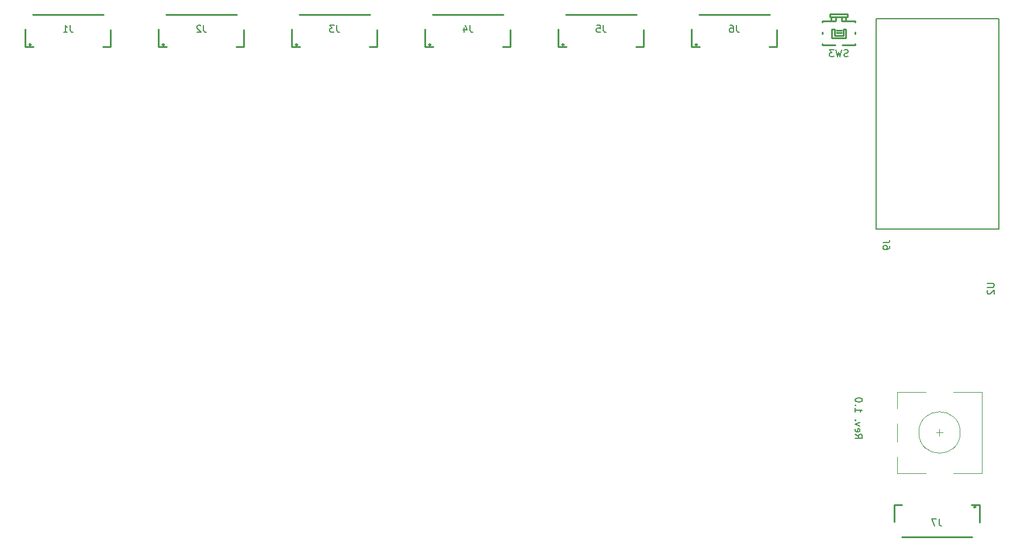
<source format=gbo>
G04 #@! TF.GenerationSoftware,KiCad,Pcbnew,7.0.8*
G04 #@! TF.CreationDate,2023-10-22T00:32:24-07:00*
G04 #@! TF.ProjectId,Seismos_5CoreL,53656973-6d6f-4735-9f35-436f72654c2e,rev?*
G04 #@! TF.SameCoordinates,Original*
G04 #@! TF.FileFunction,Legend,Bot*
G04 #@! TF.FilePolarity,Positive*
%FSLAX46Y46*%
G04 Gerber Fmt 4.6, Leading zero omitted, Abs format (unit mm)*
G04 Created by KiCad (PCBNEW 7.0.8) date 2023-10-22 00:32:24*
%MOMM*%
%LPD*%
G01*
G04 APERTURE LIST*
G04 Aperture macros list*
%AMFreePoly0*
4,1,6,0.600000,0.200000,0.000000,-0.400000,-0.600000,0.200000,-0.600000,0.400000,0.600000,0.400000,0.600000,0.200000,0.600000,0.200000,$1*%
%AMFreePoly1*
4,1,6,0.600000,-0.250000,-0.600000,-0.250000,-0.600000,1.000000,0.000000,0.400000,0.600000,1.000000,0.600000,-0.250000,0.600000,-0.250000,$1*%
G04 Aperture macros list end*
%ADD10C,0.150000*%
%ADD11C,0.120000*%
%ADD12C,0.254000*%
%ADD13C,0.250000*%
%ADD14C,0.100000*%
%ADD15C,1.400000*%
%ADD16C,2.000000*%
%ADD17R,3.200000X2.000000*%
%ADD18C,1.200000*%
%ADD19O,2.500000X1.700000*%
%ADD20C,3.200000*%
%ADD21R,1.700000X1.700000*%
%ADD22O,1.700000X1.700000*%
%ADD23C,0.900000*%
%ADD24C,1.600000*%
%ADD25R,1.600000X1.600000*%
%ADD26FreePoly0,270.000000*%
%ADD27FreePoly0,90.000000*%
%ADD28FreePoly1,90.000000*%
%ADD29FreePoly1,270.000000*%
%ADD30R,0.600000X1.700000*%
%ADD31R,1.200000X1.800000*%
%ADD32R,1.550000X1.000000*%
G04 APERTURE END LIST*
D10*
X153680180Y-81209523D02*
X154156371Y-81542856D01*
X153680180Y-81780951D02*
X154680180Y-81780951D01*
X154680180Y-81780951D02*
X154680180Y-81399999D01*
X154680180Y-81399999D02*
X154632561Y-81304761D01*
X154632561Y-81304761D02*
X154584942Y-81257142D01*
X154584942Y-81257142D02*
X154489704Y-81209523D01*
X154489704Y-81209523D02*
X154346847Y-81209523D01*
X154346847Y-81209523D02*
X154251609Y-81257142D01*
X154251609Y-81257142D02*
X154203990Y-81304761D01*
X154203990Y-81304761D02*
X154156371Y-81399999D01*
X154156371Y-81399999D02*
X154156371Y-81780951D01*
X153727800Y-80399999D02*
X153680180Y-80495237D01*
X153680180Y-80495237D02*
X153680180Y-80685713D01*
X153680180Y-80685713D02*
X153727800Y-80780951D01*
X153727800Y-80780951D02*
X153823038Y-80828570D01*
X153823038Y-80828570D02*
X154203990Y-80828570D01*
X154203990Y-80828570D02*
X154299228Y-80780951D01*
X154299228Y-80780951D02*
X154346847Y-80685713D01*
X154346847Y-80685713D02*
X154346847Y-80495237D01*
X154346847Y-80495237D02*
X154299228Y-80399999D01*
X154299228Y-80399999D02*
X154203990Y-80352380D01*
X154203990Y-80352380D02*
X154108752Y-80352380D01*
X154108752Y-80352380D02*
X154013514Y-80828570D01*
X154346847Y-80019046D02*
X153680180Y-79780951D01*
X153680180Y-79780951D02*
X154346847Y-79542856D01*
X153775419Y-79161903D02*
X153727800Y-79114284D01*
X153727800Y-79114284D02*
X153680180Y-79161903D01*
X153680180Y-79161903D02*
X153727800Y-79209522D01*
X153727800Y-79209522D02*
X153775419Y-79161903D01*
X153775419Y-79161903D02*
X153680180Y-79161903D01*
X153680180Y-77399999D02*
X153680180Y-77971427D01*
X153680180Y-77685713D02*
X154680180Y-77685713D01*
X154680180Y-77685713D02*
X154537323Y-77780951D01*
X154537323Y-77780951D02*
X154442085Y-77876189D01*
X154442085Y-77876189D02*
X154394466Y-77971427D01*
X153775419Y-76971427D02*
X153727800Y-76923808D01*
X153727800Y-76923808D02*
X153680180Y-76971427D01*
X153680180Y-76971427D02*
X153727800Y-77019046D01*
X153727800Y-77019046D02*
X153775419Y-76971427D01*
X153775419Y-76971427D02*
X153680180Y-76971427D01*
X154680180Y-76304761D02*
X154680180Y-76209523D01*
X154680180Y-76209523D02*
X154632561Y-76114285D01*
X154632561Y-76114285D02*
X154584942Y-76066666D01*
X154584942Y-76066666D02*
X154489704Y-76019047D01*
X154489704Y-76019047D02*
X154299228Y-75971428D01*
X154299228Y-75971428D02*
X154061133Y-75971428D01*
X154061133Y-75971428D02*
X153870657Y-76019047D01*
X153870657Y-76019047D02*
X153775419Y-76066666D01*
X153775419Y-76066666D02*
X153727800Y-76114285D01*
X153727800Y-76114285D02*
X153680180Y-76209523D01*
X153680180Y-76209523D02*
X153680180Y-76304761D01*
X153680180Y-76304761D02*
X153727800Y-76399999D01*
X153727800Y-76399999D02*
X153775419Y-76447618D01*
X153775419Y-76447618D02*
X153870657Y-76495237D01*
X153870657Y-76495237D02*
X154061133Y-76542856D01*
X154061133Y-76542856D02*
X154299228Y-76542856D01*
X154299228Y-76542856D02*
X154489704Y-76495237D01*
X154489704Y-76495237D02*
X154584942Y-76447618D01*
X154584942Y-76447618D02*
X154632561Y-76399999D01*
X154632561Y-76399999D02*
X154680180Y-76304761D01*
X157680819Y-53432666D02*
X158395104Y-53432666D01*
X158395104Y-53432666D02*
X158537961Y-53385047D01*
X158537961Y-53385047D02*
X158633200Y-53289809D01*
X158633200Y-53289809D02*
X158680819Y-53146952D01*
X158680819Y-53146952D02*
X158680819Y-53051714D01*
X158680819Y-53956476D02*
X158680819Y-54146952D01*
X158680819Y-54146952D02*
X158633200Y-54242190D01*
X158633200Y-54242190D02*
X158585580Y-54289809D01*
X158585580Y-54289809D02*
X158442723Y-54385047D01*
X158442723Y-54385047D02*
X158252247Y-54432666D01*
X158252247Y-54432666D02*
X157871295Y-54432666D01*
X157871295Y-54432666D02*
X157776057Y-54385047D01*
X157776057Y-54385047D02*
X157728438Y-54337428D01*
X157728438Y-54337428D02*
X157680819Y-54242190D01*
X157680819Y-54242190D02*
X157680819Y-54051714D01*
X157680819Y-54051714D02*
X157728438Y-53956476D01*
X157728438Y-53956476D02*
X157776057Y-53908857D01*
X157776057Y-53908857D02*
X157871295Y-53861238D01*
X157871295Y-53861238D02*
X158109390Y-53861238D01*
X158109390Y-53861238D02*
X158204628Y-53908857D01*
X158204628Y-53908857D02*
X158252247Y-53956476D01*
X158252247Y-53956476D02*
X158299866Y-54051714D01*
X158299866Y-54051714D02*
X158299866Y-54242190D01*
X158299866Y-54242190D02*
X158252247Y-54337428D01*
X158252247Y-54337428D02*
X158204628Y-54385047D01*
X158204628Y-54385047D02*
X158109390Y-54432666D01*
X172804819Y-59338095D02*
X173614342Y-59338095D01*
X173614342Y-59338095D02*
X173709580Y-59385714D01*
X173709580Y-59385714D02*
X173757200Y-59433333D01*
X173757200Y-59433333D02*
X173804819Y-59528571D01*
X173804819Y-59528571D02*
X173804819Y-59719047D01*
X173804819Y-59719047D02*
X173757200Y-59814285D01*
X173757200Y-59814285D02*
X173709580Y-59861904D01*
X173709580Y-59861904D02*
X173614342Y-59909523D01*
X173614342Y-59909523D02*
X172804819Y-59909523D01*
X172900057Y-60338095D02*
X172852438Y-60385714D01*
X172852438Y-60385714D02*
X172804819Y-60480952D01*
X172804819Y-60480952D02*
X172804819Y-60719047D01*
X172804819Y-60719047D02*
X172852438Y-60814285D01*
X172852438Y-60814285D02*
X172900057Y-60861904D01*
X172900057Y-60861904D02*
X172995295Y-60909523D01*
X172995295Y-60909523D02*
X173090533Y-60909523D01*
X173090533Y-60909523D02*
X173233390Y-60861904D01*
X173233390Y-60861904D02*
X173804819Y-60290476D01*
X173804819Y-60290476D02*
X173804819Y-60909523D01*
X39983333Y-21954819D02*
X39983333Y-22669104D01*
X39983333Y-22669104D02*
X40030952Y-22811961D01*
X40030952Y-22811961D02*
X40126190Y-22907200D01*
X40126190Y-22907200D02*
X40269047Y-22954819D01*
X40269047Y-22954819D02*
X40364285Y-22954819D01*
X38983333Y-22954819D02*
X39554761Y-22954819D01*
X39269047Y-22954819D02*
X39269047Y-21954819D01*
X39269047Y-21954819D02*
X39364285Y-22097676D01*
X39364285Y-22097676D02*
X39459523Y-22192914D01*
X39459523Y-22192914D02*
X39554761Y-22240533D01*
X59283333Y-21954819D02*
X59283333Y-22669104D01*
X59283333Y-22669104D02*
X59330952Y-22811961D01*
X59330952Y-22811961D02*
X59426190Y-22907200D01*
X59426190Y-22907200D02*
X59569047Y-22954819D01*
X59569047Y-22954819D02*
X59664285Y-22954819D01*
X58854761Y-22050057D02*
X58807142Y-22002438D01*
X58807142Y-22002438D02*
X58711904Y-21954819D01*
X58711904Y-21954819D02*
X58473809Y-21954819D01*
X58473809Y-21954819D02*
X58378571Y-22002438D01*
X58378571Y-22002438D02*
X58330952Y-22050057D01*
X58330952Y-22050057D02*
X58283333Y-22145295D01*
X58283333Y-22145295D02*
X58283333Y-22240533D01*
X58283333Y-22240533D02*
X58330952Y-22383390D01*
X58330952Y-22383390D02*
X58902380Y-22954819D01*
X58902380Y-22954819D02*
X58283333Y-22954819D01*
X152620832Y-26456700D02*
X152477975Y-26504319D01*
X152477975Y-26504319D02*
X152239880Y-26504319D01*
X152239880Y-26504319D02*
X152144642Y-26456700D01*
X152144642Y-26456700D02*
X152097023Y-26409080D01*
X152097023Y-26409080D02*
X152049404Y-26313842D01*
X152049404Y-26313842D02*
X152049404Y-26218604D01*
X152049404Y-26218604D02*
X152097023Y-26123366D01*
X152097023Y-26123366D02*
X152144642Y-26075747D01*
X152144642Y-26075747D02*
X152239880Y-26028128D01*
X152239880Y-26028128D02*
X152430356Y-25980509D01*
X152430356Y-25980509D02*
X152525594Y-25932890D01*
X152525594Y-25932890D02*
X152573213Y-25885271D01*
X152573213Y-25885271D02*
X152620832Y-25790033D01*
X152620832Y-25790033D02*
X152620832Y-25694795D01*
X152620832Y-25694795D02*
X152573213Y-25599557D01*
X152573213Y-25599557D02*
X152525594Y-25551938D01*
X152525594Y-25551938D02*
X152430356Y-25504319D01*
X152430356Y-25504319D02*
X152192261Y-25504319D01*
X152192261Y-25504319D02*
X152049404Y-25551938D01*
X151716070Y-25504319D02*
X151477975Y-26504319D01*
X151477975Y-26504319D02*
X151287499Y-25790033D01*
X151287499Y-25790033D02*
X151097023Y-26504319D01*
X151097023Y-26504319D02*
X150858928Y-25504319D01*
X150573213Y-25504319D02*
X149954166Y-25504319D01*
X149954166Y-25504319D02*
X150287499Y-25885271D01*
X150287499Y-25885271D02*
X150144642Y-25885271D01*
X150144642Y-25885271D02*
X150049404Y-25932890D01*
X150049404Y-25932890D02*
X150001785Y-25980509D01*
X150001785Y-25980509D02*
X149954166Y-26075747D01*
X149954166Y-26075747D02*
X149954166Y-26313842D01*
X149954166Y-26313842D02*
X150001785Y-26409080D01*
X150001785Y-26409080D02*
X150049404Y-26456700D01*
X150049404Y-26456700D02*
X150144642Y-26504319D01*
X150144642Y-26504319D02*
X150430356Y-26504319D01*
X150430356Y-26504319D02*
X150525594Y-26456700D01*
X150525594Y-26456700D02*
X150573213Y-26409080D01*
X136483333Y-21954819D02*
X136483333Y-22669104D01*
X136483333Y-22669104D02*
X136530952Y-22811961D01*
X136530952Y-22811961D02*
X136626190Y-22907200D01*
X136626190Y-22907200D02*
X136769047Y-22954819D01*
X136769047Y-22954819D02*
X136864285Y-22954819D01*
X135578571Y-21954819D02*
X135769047Y-21954819D01*
X135769047Y-21954819D02*
X135864285Y-22002438D01*
X135864285Y-22002438D02*
X135911904Y-22050057D01*
X135911904Y-22050057D02*
X136007142Y-22192914D01*
X136007142Y-22192914D02*
X136054761Y-22383390D01*
X136054761Y-22383390D02*
X136054761Y-22764342D01*
X136054761Y-22764342D02*
X136007142Y-22859580D01*
X136007142Y-22859580D02*
X135959523Y-22907200D01*
X135959523Y-22907200D02*
X135864285Y-22954819D01*
X135864285Y-22954819D02*
X135673809Y-22954819D01*
X135673809Y-22954819D02*
X135578571Y-22907200D01*
X135578571Y-22907200D02*
X135530952Y-22859580D01*
X135530952Y-22859580D02*
X135483333Y-22764342D01*
X135483333Y-22764342D02*
X135483333Y-22526247D01*
X135483333Y-22526247D02*
X135530952Y-22431009D01*
X135530952Y-22431009D02*
X135578571Y-22383390D01*
X135578571Y-22383390D02*
X135673809Y-22335771D01*
X135673809Y-22335771D02*
X135864285Y-22335771D01*
X135864285Y-22335771D02*
X135959523Y-22383390D01*
X135959523Y-22383390D02*
X136007142Y-22431009D01*
X136007142Y-22431009D02*
X136054761Y-22526247D01*
X165833333Y-93454819D02*
X165833333Y-94169104D01*
X165833333Y-94169104D02*
X165880952Y-94311961D01*
X165880952Y-94311961D02*
X165976190Y-94407200D01*
X165976190Y-94407200D02*
X166119047Y-94454819D01*
X166119047Y-94454819D02*
X166214285Y-94454819D01*
X165452380Y-93454819D02*
X164785714Y-93454819D01*
X164785714Y-93454819D02*
X165214285Y-94454819D01*
X97883333Y-21954819D02*
X97883333Y-22669104D01*
X97883333Y-22669104D02*
X97930952Y-22811961D01*
X97930952Y-22811961D02*
X98026190Y-22907200D01*
X98026190Y-22907200D02*
X98169047Y-22954819D01*
X98169047Y-22954819D02*
X98264285Y-22954819D01*
X96978571Y-22288152D02*
X96978571Y-22954819D01*
X97216666Y-21907200D02*
X97454761Y-22621485D01*
X97454761Y-22621485D02*
X96835714Y-22621485D01*
X78583333Y-21954819D02*
X78583333Y-22669104D01*
X78583333Y-22669104D02*
X78630952Y-22811961D01*
X78630952Y-22811961D02*
X78726190Y-22907200D01*
X78726190Y-22907200D02*
X78869047Y-22954819D01*
X78869047Y-22954819D02*
X78964285Y-22954819D01*
X78202380Y-21954819D02*
X77583333Y-21954819D01*
X77583333Y-21954819D02*
X77916666Y-22335771D01*
X77916666Y-22335771D02*
X77773809Y-22335771D01*
X77773809Y-22335771D02*
X77678571Y-22383390D01*
X77678571Y-22383390D02*
X77630952Y-22431009D01*
X77630952Y-22431009D02*
X77583333Y-22526247D01*
X77583333Y-22526247D02*
X77583333Y-22764342D01*
X77583333Y-22764342D02*
X77630952Y-22859580D01*
X77630952Y-22859580D02*
X77678571Y-22907200D01*
X77678571Y-22907200D02*
X77773809Y-22954819D01*
X77773809Y-22954819D02*
X78059523Y-22954819D01*
X78059523Y-22954819D02*
X78154761Y-22907200D01*
X78154761Y-22907200D02*
X78202380Y-22859580D01*
X117183333Y-21954819D02*
X117183333Y-22669104D01*
X117183333Y-22669104D02*
X117230952Y-22811961D01*
X117230952Y-22811961D02*
X117326190Y-22907200D01*
X117326190Y-22907200D02*
X117469047Y-22954819D01*
X117469047Y-22954819D02*
X117564285Y-22954819D01*
X116230952Y-21954819D02*
X116707142Y-21954819D01*
X116707142Y-21954819D02*
X116754761Y-22431009D01*
X116754761Y-22431009D02*
X116707142Y-22383390D01*
X116707142Y-22383390D02*
X116611904Y-22335771D01*
X116611904Y-22335771D02*
X116373809Y-22335771D01*
X116373809Y-22335771D02*
X116278571Y-22383390D01*
X116278571Y-22383390D02*
X116230952Y-22431009D01*
X116230952Y-22431009D02*
X116183333Y-22526247D01*
X116183333Y-22526247D02*
X116183333Y-22764342D01*
X116183333Y-22764342D02*
X116230952Y-22859580D01*
X116230952Y-22859580D02*
X116278571Y-22907200D01*
X116278571Y-22907200D02*
X116373809Y-22954819D01*
X116373809Y-22954819D02*
X116611904Y-22954819D01*
X116611904Y-22954819D02*
X116707142Y-22907200D01*
X116707142Y-22907200D02*
X116754761Y-22859580D01*
D11*
X171990000Y-86860000D02*
X171990000Y-75060000D01*
X167890000Y-86860000D02*
X171990000Y-86860000D01*
X167890000Y-75060000D02*
X171990000Y-75060000D01*
X166390000Y-80960000D02*
X165390000Y-80960000D01*
X165890000Y-81460000D02*
X165890000Y-80460000D01*
X163890000Y-86860000D02*
X159790000Y-86860000D01*
X159790000Y-86860000D02*
X159790000Y-84460000D01*
X159790000Y-82260000D02*
X159790000Y-79660000D01*
X159790000Y-77460000D02*
X159790000Y-75060000D01*
X159790000Y-75060000D02*
X163890000Y-75060000D01*
X168890000Y-80960000D02*
G75*
G03*
X168890000Y-80960000I-3000000J0D01*
G01*
D10*
X174526000Y-21016000D02*
X174526000Y-51496000D01*
X156746000Y-21016000D02*
X174526000Y-21016000D01*
X156746000Y-21016000D02*
X156746000Y-51496000D01*
X174526000Y-51496000D02*
X156746000Y-51496000D01*
D12*
X33450000Y-22538000D02*
X33450000Y-25078000D01*
X33450000Y-25078000D02*
X34619000Y-25078000D01*
X44681000Y-25078000D02*
X45790000Y-25078000D01*
X44758000Y-20400000D02*
X34542000Y-20400000D01*
X45790000Y-25078000D02*
X45790000Y-22641000D01*
X34275000Y-24760000D02*
G75*
G03*
X34275000Y-24760000I-125000J0D01*
G01*
X52750000Y-22538000D02*
X52750000Y-25078000D01*
X52750000Y-25078000D02*
X53919000Y-25078000D01*
X63981000Y-25078000D02*
X65090000Y-25078000D01*
X64058000Y-20400000D02*
X53842000Y-20400000D01*
X65090000Y-25078000D02*
X65090000Y-22641000D01*
X53575000Y-24760000D02*
G75*
G03*
X53575000Y-24760000I-125000J0D01*
G01*
X148937500Y-24799500D02*
X148937500Y-24630500D01*
X150748500Y-24799500D02*
X149001500Y-24799500D01*
X153637500Y-24799500D02*
X151826500Y-24799500D01*
X153637500Y-24630500D02*
X153637500Y-24799500D01*
X150271500Y-23811500D02*
X152303500Y-23811500D01*
X152303500Y-23811500D02*
X152303500Y-22541500D01*
X150652500Y-23430500D02*
X151922500Y-23430500D01*
X151922500Y-23430500D02*
X151922500Y-22541500D01*
X148937500Y-23168500D02*
X148937500Y-22930500D01*
X150906500Y-23049500D02*
X151668500Y-23049500D01*
X153637500Y-22930500D02*
X153637500Y-23168500D01*
X150906500Y-22668500D02*
X151668500Y-22668500D01*
X150271500Y-22541500D02*
X150271500Y-23811500D01*
X150271500Y-22541500D02*
X150652500Y-22541500D01*
X150652500Y-22541500D02*
X150652500Y-23430500D01*
X151922500Y-22541500D02*
X152303500Y-22541500D01*
X148937500Y-21468500D02*
X148937500Y-21299500D01*
X150748500Y-21299500D02*
X148937500Y-21299500D01*
X153637500Y-21299500D02*
X153637500Y-21468500D01*
X153637500Y-21299500D02*
X151826500Y-21299500D01*
X149987500Y-20763500D02*
X152587500Y-20763500D01*
X150196500Y-20763500D02*
X150196500Y-21299500D01*
X150858500Y-20763500D02*
X150858500Y-21299500D01*
X151713500Y-20763500D02*
X151713500Y-21299500D01*
X152281500Y-20763500D02*
X152281500Y-21299500D01*
X149987500Y-20299500D02*
X149987500Y-20763500D01*
X149987500Y-20299500D02*
X152587500Y-20299500D01*
X152587500Y-20299500D02*
X152587500Y-20763500D01*
X129950000Y-22538000D02*
X129950000Y-25078000D01*
X129950000Y-25078000D02*
X131119000Y-25078000D01*
X141181000Y-25078000D02*
X142290000Y-25078000D01*
X141258000Y-20400000D02*
X131042000Y-20400000D01*
X142290000Y-25078000D02*
X142290000Y-22641000D01*
X130775000Y-24760000D02*
G75*
G03*
X130775000Y-24760000I-125000J0D01*
G01*
X171700000Y-93962000D02*
X171700000Y-91422000D01*
X171700000Y-91422000D02*
X170531000Y-91422000D01*
X160469000Y-91422000D02*
X159360000Y-91422000D01*
X160392000Y-96100000D02*
X170608000Y-96100000D01*
X159360000Y-91422000D02*
X159360000Y-93859000D01*
X171125000Y-91740000D02*
G75*
G03*
X171125000Y-91740000I-125000J0D01*
G01*
X91350000Y-22538000D02*
X91350000Y-25078000D01*
X91350000Y-25078000D02*
X92519000Y-25078000D01*
X102581000Y-25078000D02*
X103690000Y-25078000D01*
X102658000Y-20400000D02*
X92442000Y-20400000D01*
X103690000Y-25078000D02*
X103690000Y-22641000D01*
X92175000Y-24760000D02*
G75*
G03*
X92175000Y-24760000I-125000J0D01*
G01*
X72050000Y-22538000D02*
X72050000Y-25078000D01*
X72050000Y-25078000D02*
X73219000Y-25078000D01*
X83281000Y-25078000D02*
X84390000Y-25078000D01*
X83358000Y-20400000D02*
X73142000Y-20400000D01*
X84390000Y-25078000D02*
X84390000Y-22641000D01*
X72875000Y-24760000D02*
G75*
G03*
X72875000Y-24760000I-125000J0D01*
G01*
X110650000Y-22538000D02*
X110650000Y-25078000D01*
X110650000Y-25078000D02*
X111819000Y-25078000D01*
X121881000Y-25078000D02*
X122990000Y-25078000D01*
X121958000Y-20400000D02*
X111742000Y-20400000D01*
X122990000Y-25078000D02*
X122990000Y-22641000D01*
X111475000Y-24760000D02*
G75*
G03*
X111475000Y-24760000I-125000J0D01*
G01*
%LPC*%
D13*
X166523000Y-22286000D02*
G75*
G03*
X166523000Y-22286000I-125000J0D01*
G01*
X164999000Y-22286000D02*
G75*
G03*
X164999000Y-22286000I-125000J0D01*
G01*
X166523000Y-24826000D02*
G75*
G03*
X166523000Y-24826000I-125000J0D01*
G01*
X164999000Y-24826000D02*
G75*
G03*
X164999000Y-24826000I-125000J0D01*
G01*
X166523000Y-27366000D02*
G75*
G03*
X166523000Y-27366000I-125000J0D01*
G01*
X164999000Y-27366000D02*
G75*
G03*
X164999000Y-27366000I-125000J0D01*
G01*
X166523000Y-29906000D02*
G75*
G03*
X166523000Y-29906000I-125000J0D01*
G01*
X164999000Y-29906000D02*
G75*
G03*
X164999000Y-29906000I-125000J0D01*
G01*
X166523000Y-32446000D02*
G75*
G03*
X166523000Y-32446000I-125000J0D01*
G01*
X164999000Y-32446000D02*
G75*
G03*
X164999000Y-32446000I-125000J0D01*
G01*
X166523000Y-34986000D02*
G75*
G03*
X166523000Y-34986000I-125000J0D01*
G01*
X164999000Y-34986000D02*
G75*
G03*
X164999000Y-34986000I-125000J0D01*
G01*
X166523000Y-37526000D02*
G75*
G03*
X166523000Y-37526000I-125000J0D01*
G01*
X164999000Y-37526000D02*
G75*
G03*
X164999000Y-37526000I-125000J0D01*
G01*
X166523000Y-40066000D02*
G75*
G03*
X166523000Y-40066000I-125000J0D01*
G01*
X164999000Y-40066000D02*
G75*
G03*
X164999000Y-40066000I-125000J0D01*
G01*
X166523000Y-42606000D02*
G75*
G03*
X166523000Y-42606000I-125000J0D01*
G01*
X164999000Y-42606000D02*
G75*
G03*
X164999000Y-42606000I-125000J0D01*
G01*
X166523000Y-45146000D02*
G75*
G03*
X166523000Y-45146000I-125000J0D01*
G01*
X164999000Y-45146000D02*
G75*
G03*
X164999000Y-45146000I-125000J0D01*
G01*
X166523000Y-47686000D02*
G75*
G03*
X166523000Y-47686000I-125000J0D01*
G01*
X164999000Y-47686000D02*
G75*
G03*
X164999000Y-47686000I-125000J0D01*
G01*
X166523000Y-50226000D02*
G75*
G03*
X166523000Y-50226000I-125000J0D01*
G01*
X164999000Y-50226000D02*
G75*
G03*
X164999000Y-50226000I-125000J0D01*
G01*
D14*
X160556000Y-22794000D02*
X159540000Y-22794000D01*
X159540000Y-21778000D01*
X160556000Y-21778000D01*
X160556000Y-22794000D01*
G36*
X160556000Y-22794000D02*
G01*
X159540000Y-22794000D01*
X159540000Y-21778000D01*
X160556000Y-21778000D01*
X160556000Y-22794000D01*
G37*
X171732000Y-22794000D02*
X170716000Y-22794000D01*
X170716000Y-21778000D01*
X171732000Y-21778000D01*
X171732000Y-22794000D01*
G36*
X171732000Y-22794000D02*
G01*
X170716000Y-22794000D01*
X170716000Y-21778000D01*
X171732000Y-21778000D01*
X171732000Y-22794000D01*
G37*
X160556000Y-25334000D02*
X159540000Y-25334000D01*
X159540000Y-24318000D01*
X160556000Y-24318000D01*
X160556000Y-25334000D01*
G36*
X160556000Y-25334000D02*
G01*
X159540000Y-25334000D01*
X159540000Y-24318000D01*
X160556000Y-24318000D01*
X160556000Y-25334000D01*
G37*
X171732000Y-25334000D02*
X170716000Y-25334000D01*
X170716000Y-24318000D01*
X171732000Y-24318000D01*
X171732000Y-25334000D01*
G36*
X171732000Y-25334000D02*
G01*
X170716000Y-25334000D01*
X170716000Y-24318000D01*
X171732000Y-24318000D01*
X171732000Y-25334000D01*
G37*
X160556000Y-27874000D02*
X159540000Y-27874000D01*
X159540000Y-26858000D01*
X160556000Y-26858000D01*
X160556000Y-27874000D01*
G36*
X160556000Y-27874000D02*
G01*
X159540000Y-27874000D01*
X159540000Y-26858000D01*
X160556000Y-26858000D01*
X160556000Y-27874000D01*
G37*
X171732000Y-27874000D02*
X170716000Y-27874000D01*
X170716000Y-26858000D01*
X171732000Y-26858000D01*
X171732000Y-27874000D01*
G36*
X171732000Y-27874000D02*
G01*
X170716000Y-27874000D01*
X170716000Y-26858000D01*
X171732000Y-26858000D01*
X171732000Y-27874000D01*
G37*
X160556000Y-30414000D02*
X159540000Y-30414000D01*
X159540000Y-29398000D01*
X160556000Y-29398000D01*
X160556000Y-30414000D01*
G36*
X160556000Y-30414000D02*
G01*
X159540000Y-30414000D01*
X159540000Y-29398000D01*
X160556000Y-29398000D01*
X160556000Y-30414000D01*
G37*
X171732000Y-30414000D02*
X170716000Y-30414000D01*
X170716000Y-29398000D01*
X171732000Y-29398000D01*
X171732000Y-30414000D01*
G36*
X171732000Y-30414000D02*
G01*
X170716000Y-30414000D01*
X170716000Y-29398000D01*
X171732000Y-29398000D01*
X171732000Y-30414000D01*
G37*
X160556000Y-32954000D02*
X159540000Y-32954000D01*
X159540000Y-31938000D01*
X160556000Y-31938000D01*
X160556000Y-32954000D01*
G36*
X160556000Y-32954000D02*
G01*
X159540000Y-32954000D01*
X159540000Y-31938000D01*
X160556000Y-31938000D01*
X160556000Y-32954000D01*
G37*
X171732000Y-32954000D02*
X170716000Y-32954000D01*
X170716000Y-31938000D01*
X171732000Y-31938000D01*
X171732000Y-32954000D01*
G36*
X171732000Y-32954000D02*
G01*
X170716000Y-32954000D01*
X170716000Y-31938000D01*
X171732000Y-31938000D01*
X171732000Y-32954000D01*
G37*
X160556000Y-35494000D02*
X159540000Y-35494000D01*
X159540000Y-34478000D01*
X160556000Y-34478000D01*
X160556000Y-35494000D01*
G36*
X160556000Y-35494000D02*
G01*
X159540000Y-35494000D01*
X159540000Y-34478000D01*
X160556000Y-34478000D01*
X160556000Y-35494000D01*
G37*
X171732000Y-35494000D02*
X170716000Y-35494000D01*
X170716000Y-34478000D01*
X171732000Y-34478000D01*
X171732000Y-35494000D01*
G36*
X171732000Y-35494000D02*
G01*
X170716000Y-35494000D01*
X170716000Y-34478000D01*
X171732000Y-34478000D01*
X171732000Y-35494000D01*
G37*
X160556000Y-38034000D02*
X159540000Y-38034000D01*
X159540000Y-37018000D01*
X160556000Y-37018000D01*
X160556000Y-38034000D01*
G36*
X160556000Y-38034000D02*
G01*
X159540000Y-38034000D01*
X159540000Y-37018000D01*
X160556000Y-37018000D01*
X160556000Y-38034000D01*
G37*
X171732000Y-38034000D02*
X170716000Y-38034000D01*
X170716000Y-37018000D01*
X171732000Y-37018000D01*
X171732000Y-38034000D01*
G36*
X171732000Y-38034000D02*
G01*
X170716000Y-38034000D01*
X170716000Y-37018000D01*
X171732000Y-37018000D01*
X171732000Y-38034000D01*
G37*
X160556000Y-40574000D02*
X159540000Y-40574000D01*
X159540000Y-39558000D01*
X160556000Y-39558000D01*
X160556000Y-40574000D01*
G36*
X160556000Y-40574000D02*
G01*
X159540000Y-40574000D01*
X159540000Y-39558000D01*
X160556000Y-39558000D01*
X160556000Y-40574000D01*
G37*
X171732000Y-40574000D02*
X170716000Y-40574000D01*
X170716000Y-39558000D01*
X171732000Y-39558000D01*
X171732000Y-40574000D01*
G36*
X171732000Y-40574000D02*
G01*
X170716000Y-40574000D01*
X170716000Y-39558000D01*
X171732000Y-39558000D01*
X171732000Y-40574000D01*
G37*
X160556000Y-43114000D02*
X159540000Y-43114000D01*
X159540000Y-42098000D01*
X160556000Y-42098000D01*
X160556000Y-43114000D01*
G36*
X160556000Y-43114000D02*
G01*
X159540000Y-43114000D01*
X159540000Y-42098000D01*
X160556000Y-42098000D01*
X160556000Y-43114000D01*
G37*
X171732000Y-43114000D02*
X170716000Y-43114000D01*
X170716000Y-42098000D01*
X171732000Y-42098000D01*
X171732000Y-43114000D01*
G36*
X171732000Y-43114000D02*
G01*
X170716000Y-43114000D01*
X170716000Y-42098000D01*
X171732000Y-42098000D01*
X171732000Y-43114000D01*
G37*
X160556000Y-45654000D02*
X159540000Y-45654000D01*
X159540000Y-44638000D01*
X160556000Y-44638000D01*
X160556000Y-45654000D01*
G36*
X160556000Y-45654000D02*
G01*
X159540000Y-45654000D01*
X159540000Y-44638000D01*
X160556000Y-44638000D01*
X160556000Y-45654000D01*
G37*
X171732000Y-45654000D02*
X170716000Y-45654000D01*
X170716000Y-44638000D01*
X171732000Y-44638000D01*
X171732000Y-45654000D01*
G36*
X171732000Y-45654000D02*
G01*
X170716000Y-45654000D01*
X170716000Y-44638000D01*
X171732000Y-44638000D01*
X171732000Y-45654000D01*
G37*
X160556000Y-48194000D02*
X159540000Y-48194000D01*
X159540000Y-47178000D01*
X160556000Y-47178000D01*
X160556000Y-48194000D01*
G36*
X160556000Y-48194000D02*
G01*
X159540000Y-48194000D01*
X159540000Y-47178000D01*
X160556000Y-47178000D01*
X160556000Y-48194000D01*
G37*
X171732000Y-48194000D02*
X170716000Y-48194000D01*
X170716000Y-47178000D01*
X171732000Y-47178000D01*
X171732000Y-48194000D01*
G36*
X171732000Y-48194000D02*
G01*
X170716000Y-48194000D01*
X170716000Y-47178000D01*
X171732000Y-47178000D01*
X171732000Y-48194000D01*
G37*
X160556000Y-50734000D02*
X159540000Y-50734000D01*
X159540000Y-49718000D01*
X160556000Y-49718000D01*
X160556000Y-50734000D01*
G36*
X160556000Y-50734000D02*
G01*
X159540000Y-50734000D01*
X159540000Y-49718000D01*
X160556000Y-49718000D01*
X160556000Y-50734000D01*
G37*
X171732000Y-50734000D02*
X170716000Y-50734000D01*
X170716000Y-49718000D01*
X171732000Y-49718000D01*
X171732000Y-50734000D01*
G36*
X171732000Y-50734000D02*
G01*
X170716000Y-50734000D01*
X170716000Y-49718000D01*
X171732000Y-49718000D01*
X171732000Y-50734000D01*
G37*
D15*
X168050500Y-60632000D03*
X168050500Y-58632000D03*
D16*
X173390000Y-83460000D03*
X173390000Y-78460000D03*
X173390000Y-80960000D03*
D17*
X165890000Y-86560000D03*
X165890000Y-75360000D03*
D16*
X158890000Y-78460000D03*
X158890000Y-83460000D03*
D18*
X173330000Y-67275000D03*
X166330000Y-67275000D03*
X173330000Y-69025000D03*
X166330000Y-69025000D03*
D19*
X164530000Y-71125000D03*
X168530000Y-71125000D03*
X171530000Y-71125000D03*
X163530000Y-66925000D03*
D20*
X156000000Y-64750000D03*
X87900000Y-26000000D03*
D21*
X160556000Y-53766000D03*
D22*
X163096000Y-53766000D03*
X165636000Y-53766000D03*
X168176000Y-53766000D03*
X170716000Y-53766000D03*
D23*
X174800000Y-58632000D03*
X174800000Y-61632000D03*
D20*
X49300000Y-26000000D03*
X126500000Y-26000000D03*
D24*
X173256000Y-22286000D03*
D25*
X173256000Y-22286000D03*
D26*
X171478000Y-22286000D03*
D27*
X159794000Y-22286000D03*
D24*
X158016000Y-22286000D03*
X173256000Y-24826000D03*
D26*
X171478000Y-24826000D03*
D27*
X159794000Y-24826000D03*
D24*
X158016000Y-24826000D03*
X173256000Y-27366000D03*
D26*
X171478000Y-27366000D03*
D27*
X159794000Y-27366000D03*
D24*
X158016000Y-27366000D03*
X173256000Y-29906000D03*
D26*
X171478000Y-29906000D03*
D27*
X159794000Y-29906000D03*
D24*
X158016000Y-29906000D03*
X173256000Y-32446000D03*
D26*
X171478000Y-32446000D03*
D27*
X159794000Y-32446000D03*
D24*
X158016000Y-32446000D03*
X173256000Y-34986000D03*
D26*
X171478000Y-34986000D03*
D27*
X159794000Y-34986000D03*
D24*
X158016000Y-34986000D03*
X173256000Y-37526000D03*
D26*
X171478000Y-37526000D03*
D27*
X159794000Y-37526000D03*
D24*
X158016000Y-37526000D03*
X173256000Y-40066000D03*
D26*
X171478000Y-40066000D03*
D27*
X159794000Y-40066000D03*
D24*
X158016000Y-40066000D03*
X173256000Y-42606000D03*
D26*
X171478000Y-42606000D03*
D27*
X159794000Y-42606000D03*
D24*
X158016000Y-42606000D03*
X173256000Y-45146000D03*
D26*
X171478000Y-45146000D03*
D27*
X159794000Y-45146000D03*
D24*
X158016000Y-45146000D03*
X173256000Y-47686000D03*
D26*
X171478000Y-47686000D03*
D27*
X159794000Y-47686000D03*
D24*
X158016000Y-47686000D03*
X173256000Y-50226000D03*
D26*
X171478000Y-50226000D03*
D27*
X159794000Y-50226000D03*
D24*
X158016000Y-50226000D03*
D28*
X160810000Y-22286000D03*
X160810000Y-24826000D03*
X160810000Y-27366000D03*
X160810000Y-29906000D03*
X160810000Y-32446000D03*
X160810000Y-34986000D03*
X160810000Y-37526000D03*
X160810000Y-40066000D03*
X160810000Y-42606000D03*
X160810000Y-45146000D03*
X160810000Y-47686000D03*
X160810000Y-50226000D03*
D29*
X170462000Y-50226000D03*
X170462000Y-47686000D03*
X170462000Y-45146000D03*
X170462000Y-42606000D03*
X170462000Y-40066000D03*
X170462000Y-37526000D03*
X170462000Y-34986000D03*
X170462000Y-32446000D03*
X170462000Y-29906000D03*
X170462000Y-27366000D03*
X170462000Y-24826000D03*
X170462000Y-22286000D03*
D20*
X154500000Y-92500000D03*
D30*
X35150000Y-25386000D03*
X36150000Y-25386000D03*
X37150000Y-25385000D03*
X38150000Y-25385000D03*
X39150000Y-25385000D03*
X40150000Y-25385000D03*
X41150000Y-25385000D03*
X42150000Y-25385000D03*
X43150000Y-25385000D03*
X44150000Y-25385000D03*
D31*
X33850000Y-21510000D03*
X45450000Y-21510000D03*
D30*
X54450000Y-25386000D03*
X55450000Y-25386000D03*
X56450000Y-25385000D03*
X57450000Y-25385000D03*
X58450000Y-25385000D03*
X59450000Y-25385000D03*
X60450000Y-25385000D03*
X61450000Y-25385000D03*
X62450000Y-25385000D03*
X63450000Y-25385000D03*
D31*
X53150000Y-21510000D03*
X64750000Y-21510000D03*
D23*
X151287500Y-24449500D03*
X151287500Y-21649500D03*
D32*
X153887500Y-23899500D03*
X153887500Y-22199500D03*
X148687500Y-23899500D03*
X148687500Y-22199500D03*
D30*
X131650000Y-25386000D03*
X132650000Y-25386000D03*
X133650000Y-25385000D03*
X134650000Y-25385000D03*
X135650000Y-25385000D03*
X136650000Y-25385000D03*
X137650000Y-25385000D03*
X138650000Y-25385000D03*
X139650000Y-25385000D03*
X140650000Y-25385000D03*
D31*
X130350000Y-21510000D03*
X141950000Y-21510000D03*
D30*
X170000000Y-91114000D03*
X169000000Y-91114000D03*
X168000000Y-91115000D03*
X167000000Y-91115000D03*
X166000000Y-91115000D03*
X165000000Y-91115000D03*
X164000000Y-91115000D03*
X163000000Y-91115000D03*
X162000000Y-91115000D03*
X161000000Y-91115000D03*
D31*
X171300000Y-94990000D03*
X159700000Y-94990000D03*
D30*
X93050000Y-25386000D03*
X94050000Y-25386000D03*
X95050000Y-25385000D03*
X96050000Y-25385000D03*
X97050000Y-25385000D03*
X98050000Y-25385000D03*
X99050000Y-25385000D03*
X100050000Y-25385000D03*
X101050000Y-25385000D03*
X102050000Y-25385000D03*
D31*
X91750000Y-21510000D03*
X103350000Y-21510000D03*
D30*
X73750000Y-25386000D03*
X74750000Y-25386000D03*
X75750000Y-25385000D03*
X76750000Y-25385000D03*
X77750000Y-25385000D03*
X78750000Y-25385000D03*
X79750000Y-25385000D03*
X80750000Y-25385000D03*
X81750000Y-25385000D03*
X82750000Y-25385000D03*
D31*
X72450000Y-21510000D03*
X84050000Y-21510000D03*
D30*
X112350000Y-25386000D03*
X113350000Y-25386000D03*
X114350000Y-25385000D03*
X115350000Y-25385000D03*
X116350000Y-25385000D03*
X117350000Y-25385000D03*
X118350000Y-25385000D03*
X119350000Y-25385000D03*
X120350000Y-25385000D03*
X121350000Y-25385000D03*
D31*
X111050000Y-21510000D03*
X122650000Y-21510000D03*
%LPD*%
M02*

</source>
